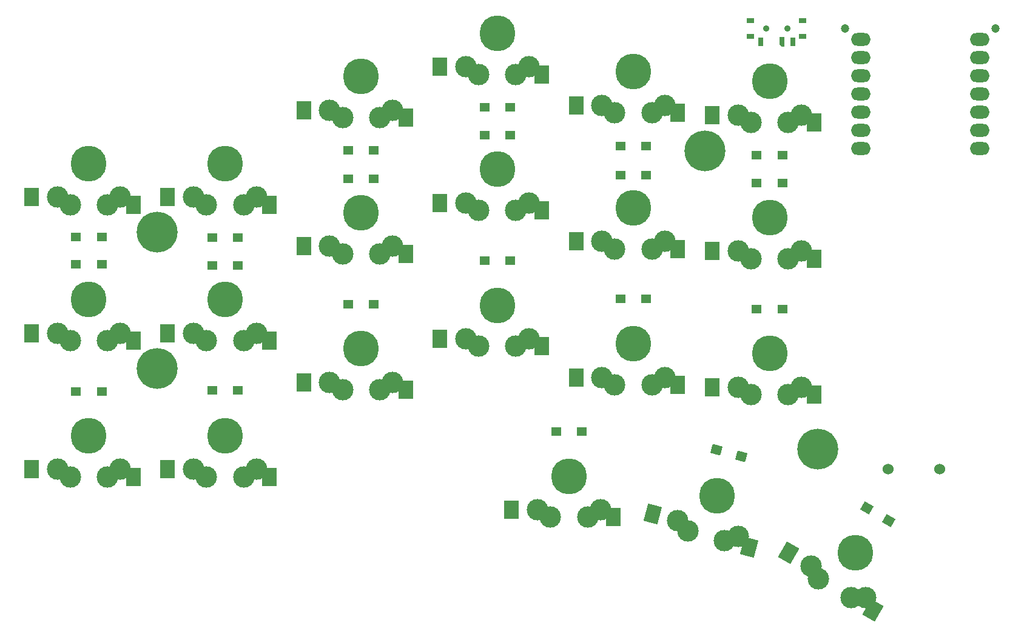
<source format=gbs>
%TF.GenerationSoftware,KiCad,Pcbnew,8.0.5*%
%TF.CreationDate,2025-01-25T20:12:58+02:00*%
%TF.ProjectId,1_3A,315f3341-2e6b-4696-9361-645f70636258,rev?*%
%TF.SameCoordinates,Original*%
%TF.FileFunction,Soldermask,Bot*%
%TF.FilePolarity,Negative*%
%FSLAX46Y46*%
G04 Gerber Fmt 4.6, Leading zero omitted, Abs format (unit mm)*
G04 Created by KiCad (PCBNEW 8.0.5) date 2025-01-25 20:12:58*
%MOMM*%
%LPD*%
G01*
G04 APERTURE LIST*
G04 Aperture macros list*
%AMRotRect*
0 Rectangle, with rotation*
0 The origin of the aperture is its center*
0 $1 length*
0 $2 width*
0 $3 Rotation angle, in degrees counterclockwise*
0 Add horizontal line*
21,1,$1,$2,0,0,$3*%
%AMOutline5P*
0 Free polygon, 5 corners , with rotation*
0 The origin of the aperture is its center*
0 number of corners: always 5*
0 $1 to $10 corner X, Y*
0 $11 Rotation angle, in degrees counterclockwise*
0 create outline with 5 corners*
4,1,5,$1,$2,$3,$4,$5,$6,$7,$8,$9,$10,$1,$2,$11*%
%AMOutline6P*
0 Free polygon, 6 corners , with rotation*
0 The origin of the aperture is its center*
0 number of corners: always 6*
0 $1 to $12 corner X, Y*
0 $13 Rotation angle, in degrees counterclockwise*
0 create outline with 6 corners*
4,1,6,$1,$2,$3,$4,$5,$6,$7,$8,$9,$10,$11,$12,$1,$2,$13*%
%AMOutline7P*
0 Free polygon, 7 corners , with rotation*
0 The origin of the aperture is its center*
0 number of corners: always 7*
0 $1 to $14 corner X, Y*
0 $15 Rotation angle, in degrees counterclockwise*
0 create outline with 7 corners*
4,1,7,$1,$2,$3,$4,$5,$6,$7,$8,$9,$10,$11,$12,$13,$14,$1,$2,$15*%
%AMOutline8P*
0 Free polygon, 8 corners , with rotation*
0 The origin of the aperture is its center*
0 number of corners: always 8*
0 $1 to $16 corner X, Y*
0 $17 Rotation angle, in degrees counterclockwise*
0 create outline with 8 corners*
4,1,8,$1,$2,$3,$4,$5,$6,$7,$8,$9,$10,$11,$12,$13,$14,$15,$16,$1,$2,$17*%
G04 Aperture macros list end*
%ADD10C,3.000000*%
%ADD11C,5.000000*%
%ADD12RotRect,2.000000X2.500000X330.000000*%
%ADD13R,2.000000X2.500000*%
%ADD14C,5.700000*%
%ADD15RotRect,2.000000X2.500000X345.000000*%
%ADD16C,1.524000*%
%ADD17RotRect,1.425000X1.300000X165.000000*%
%ADD18R,1.425000X1.300000*%
%ADD19RotRect,1.425000X1.300000X150.000000*%
%ADD20O,2.750000X1.800000*%
%ADD21C,1.200000*%
%ADD22R,1.000000X0.800000*%
%ADD23C,0.900000*%
%ADD24R,0.700000X1.280000*%
%ADD25Outline5P,-0.350000X0.640000X0.350000X0.640000X0.350000X-0.640000X-0.070000X-0.640000X-0.350000X-0.360000X0.000000*%
G04 APERTURE END LIST*
D10*
X185316752Y-132289492D03*
X186350598Y-134098819D03*
D11*
X191477264Y-130419173D03*
D10*
X190853930Y-136698819D03*
X192937776Y-136689492D03*
D12*
X182199061Y-130489492D03*
X193971622Y-138498819D03*
D10*
X118100000Y-87640970D03*
X119900000Y-88690970D03*
D11*
X122500000Y-82940970D03*
D10*
X125100000Y-88690970D03*
X126900000Y-87640970D03*
D13*
X114500000Y-87640970D03*
X128700000Y-88690970D03*
D14*
X94000000Y-104700000D03*
X94000000Y-85700000D03*
D10*
X166668553Y-125924234D03*
X168135459Y-127404330D03*
D11*
X172135076Y-122523186D03*
D10*
X173158274Y-128750189D03*
X175168700Y-128201841D03*
D15*
X163191220Y-124992485D03*
X176635607Y-129681938D03*
D10*
X99100000Y-80790970D03*
X100900000Y-81840970D03*
D11*
X103500000Y-76090970D03*
D10*
X106100000Y-81840970D03*
X107900000Y-80790970D03*
D13*
X95500000Y-80790970D03*
X109700000Y-81840970D03*
D14*
X186200000Y-116000000D03*
D10*
X80100000Y-99790970D03*
X81900000Y-100840970D03*
D11*
X84500000Y-95090970D03*
D10*
X87100000Y-100840970D03*
X88900000Y-99790970D03*
D13*
X76500000Y-99790970D03*
X90700000Y-100840970D03*
D10*
X156100000Y-67940970D03*
X157900000Y-68990970D03*
D11*
X160500000Y-63240970D03*
D10*
X163100000Y-68990970D03*
X164900000Y-67940970D03*
D13*
X152500000Y-67940970D03*
X166700000Y-68990970D03*
D10*
X118100000Y-106640970D03*
X119900000Y-107690970D03*
D11*
X122500000Y-101940970D03*
D10*
X125100000Y-107690970D03*
X126900000Y-106640970D03*
D13*
X114500000Y-106640970D03*
X128700000Y-107690970D03*
D10*
X175100000Y-88315970D03*
X176900000Y-89365970D03*
D11*
X179500000Y-83615970D03*
D10*
X182100000Y-89365970D03*
X183900000Y-88315970D03*
D13*
X171500000Y-88315970D03*
X185700000Y-89365970D03*
D10*
X175100000Y-69315970D03*
X176900000Y-70365970D03*
D11*
X179500000Y-64615970D03*
D10*
X182100000Y-70365970D03*
X183900000Y-69315970D03*
D13*
X171500000Y-69315970D03*
X185700000Y-70365970D03*
D10*
X156100000Y-105940970D03*
X157900000Y-106990970D03*
D11*
X160500000Y-101240970D03*
D10*
X163100000Y-106990970D03*
X164900000Y-105940970D03*
D13*
X152500000Y-105940970D03*
X166700000Y-106990970D03*
D10*
X156100000Y-86940970D03*
X157900000Y-87990970D03*
D11*
X160500000Y-82240970D03*
D10*
X163100000Y-87990970D03*
X164900000Y-86940970D03*
D13*
X152500000Y-86940970D03*
X166700000Y-87990970D03*
D16*
X196044000Y-118806000D03*
X203244000Y-118806000D03*
D10*
X118100000Y-68640970D03*
X119900000Y-69690970D03*
D11*
X122500000Y-63940970D03*
D10*
X125100000Y-69690970D03*
X126900000Y-68640970D03*
D13*
X114500000Y-68640970D03*
X128700000Y-69690970D03*
D10*
X175100000Y-107315970D03*
X176900000Y-108365970D03*
D11*
X179500000Y-102615970D03*
D10*
X182100000Y-108365970D03*
X183900000Y-107315970D03*
D13*
X171500000Y-107315970D03*
X185700000Y-108365970D03*
D10*
X99100000Y-99790970D03*
X100900000Y-100840970D03*
D11*
X103500000Y-95090970D03*
D10*
X106100000Y-100840970D03*
X107900000Y-99790970D03*
D13*
X95500000Y-99790970D03*
X109700000Y-100840970D03*
D10*
X137100000Y-62565970D03*
X138900000Y-63615970D03*
D11*
X141500000Y-57865970D03*
D10*
X144100000Y-63615970D03*
X145900000Y-62565970D03*
D13*
X133500000Y-62565970D03*
X147700000Y-63615970D03*
D10*
X147100000Y-124440700D03*
X148900000Y-125490700D03*
D11*
X151500000Y-119740700D03*
D10*
X154100000Y-125490700D03*
X155900000Y-124440700D03*
D13*
X143500000Y-124440700D03*
X157700000Y-125490700D03*
D10*
X80100000Y-80790970D03*
X81900000Y-81840970D03*
D11*
X84500000Y-76090970D03*
D10*
X87100000Y-81840970D03*
X88900000Y-80790970D03*
D13*
X76500000Y-80790970D03*
X90700000Y-81840970D03*
D10*
X137100000Y-100565970D03*
X138900000Y-101615970D03*
D11*
X141500000Y-95865970D03*
D10*
X144100000Y-101615970D03*
X145900000Y-100565970D03*
D13*
X133500000Y-100565970D03*
X147700000Y-101615970D03*
D10*
X99100000Y-118790970D03*
X100900000Y-119840970D03*
D11*
X103500000Y-114090970D03*
D10*
X106100000Y-119840970D03*
X107900000Y-118790970D03*
D13*
X95500000Y-118790970D03*
X109700000Y-119840970D03*
D14*
X170500000Y-74300000D03*
D10*
X80100000Y-118790970D03*
X81900000Y-119840970D03*
D11*
X84500000Y-114090970D03*
D10*
X87100000Y-119840970D03*
X88900000Y-118790970D03*
D13*
X76500000Y-118790970D03*
X90700000Y-119840970D03*
D10*
X137100000Y-81565970D03*
X138900000Y-82615970D03*
D11*
X141500000Y-76865970D03*
D10*
X144100000Y-82615970D03*
X145900000Y-81565970D03*
D13*
X133500000Y-81565970D03*
X147700000Y-82615970D03*
D17*
X175526592Y-116962639D03*
X172073408Y-116037361D03*
D18*
X181287500Y-96400000D03*
X177712500Y-96400000D03*
D19*
X196148020Y-125993750D03*
X193051980Y-124206250D03*
D18*
X153287500Y-113500000D03*
X149712500Y-113500000D03*
X105287500Y-86400000D03*
X101712500Y-86400000D03*
X105287500Y-90297000D03*
X101712500Y-90297000D03*
X162287500Y-95000000D03*
X158712500Y-95000000D03*
X181287500Y-74900000D03*
X177712500Y-74900000D03*
X86287500Y-90170000D03*
X82712500Y-90170000D03*
X181287500Y-78800000D03*
X177712500Y-78800000D03*
X143287500Y-68200000D03*
X139712500Y-68200000D03*
X143287500Y-72100000D03*
X139712500Y-72100000D03*
D20*
X192205040Y-58696046D03*
X192205040Y-61236046D03*
X192205040Y-63776046D03*
X192205040Y-66316046D03*
X192205040Y-68856046D03*
X192205040Y-71396046D03*
X192205040Y-73936046D03*
X208794960Y-73936046D03*
X208794960Y-71396046D03*
X208794960Y-68856046D03*
X208794960Y-66316046D03*
X208794960Y-63776046D03*
X208794960Y-61236046D03*
X208794960Y-58696046D03*
D21*
X190000000Y-57216046D03*
X211000000Y-57216046D03*
D18*
X162287500Y-73600000D03*
X158712500Y-73600000D03*
X124287500Y-74200000D03*
X120712500Y-74200000D03*
X143287500Y-89600000D03*
X139712500Y-89600000D03*
X86287500Y-107900000D03*
X82712500Y-107900000D03*
X162287500Y-77700000D03*
X158712500Y-77700000D03*
D22*
X184150000Y-58300970D03*
X184150000Y-56080970D03*
D23*
X182000000Y-57190970D03*
X179000000Y-57190970D03*
D22*
X176850000Y-58300970D03*
X176850000Y-56080970D03*
D24*
X182750000Y-59060970D03*
D25*
X181250000Y-59060970D03*
D24*
X178250000Y-59060970D03*
D18*
X124287500Y-78200000D03*
X120712500Y-78200000D03*
X86287500Y-86360000D03*
X82712500Y-86360000D03*
X124287500Y-95700000D03*
X120712500Y-95700000D03*
X105287500Y-107800000D03*
X101712500Y-107800000D03*
M02*

</source>
